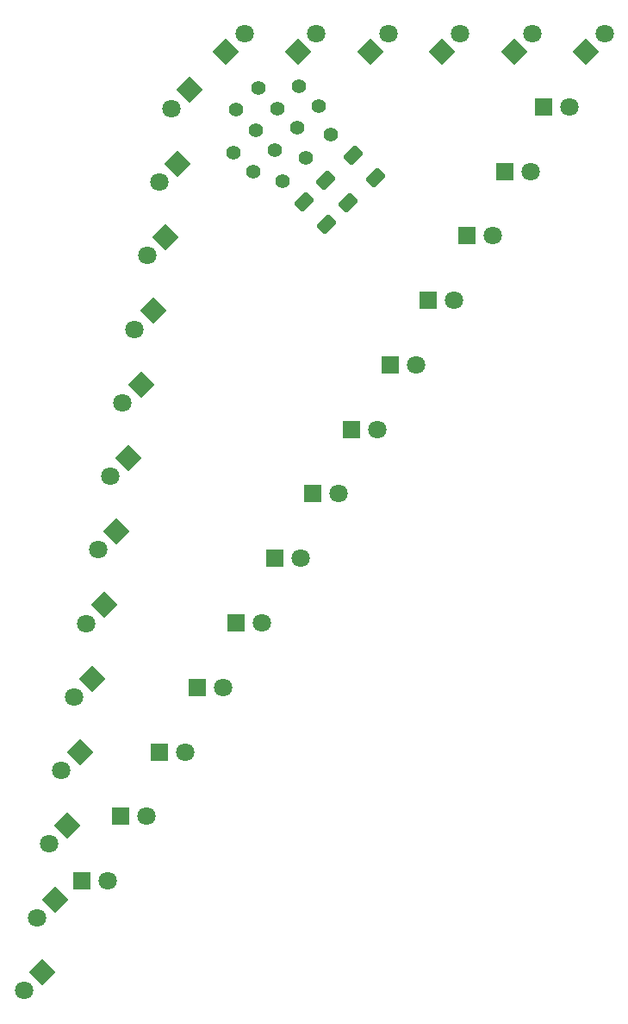
<source format=gbr>
%TF.GenerationSoftware,KiCad,Pcbnew,9.0.7*%
%TF.CreationDate,2026-02-21T03:41:41+02:00*%
%TF.ProjectId,kicad_selka_mk2,6b696361-645f-4736-956c-6b615f6d6b32,rev?*%
%TF.SameCoordinates,Original*%
%TF.FileFunction,Soldermask,Bot*%
%TF.FilePolarity,Negative*%
%FSLAX46Y46*%
G04 Gerber Fmt 4.6, Leading zero omitted, Abs format (unit mm)*
G04 Created by KiCad (PCBNEW 9.0.7) date 2026-02-21 03:41:41*
%MOMM*%
%LPD*%
G01*
G04 APERTURE LIST*
G04 Aperture macros list*
%AMRoundRect*
0 Rectangle with rounded corners*
0 $1 Rounding radius*
0 $2 $3 $4 $5 $6 $7 $8 $9 X,Y pos of 4 corners*
0 Add a 4 corners polygon primitive as box body*
4,1,4,$2,$3,$4,$5,$6,$7,$8,$9,$2,$3,0*
0 Add four circle primitives for the rounded corners*
1,1,$1+$1,$2,$3*
1,1,$1+$1,$4,$5*
1,1,$1+$1,$6,$7*
1,1,$1+$1,$8,$9*
0 Add four rect primitives between the rounded corners*
20,1,$1+$1,$2,$3,$4,$5,0*
20,1,$1+$1,$4,$5,$6,$7,0*
20,1,$1+$1,$6,$7,$8,$9,0*
20,1,$1+$1,$8,$9,$2,$3,0*%
%AMRotRect*
0 Rectangle, with rotation*
0 The origin of the aperture is its center*
0 $1 length*
0 $2 width*
0 $3 Rotation angle, in degrees counterclockwise*
0 Add horizontal line*
21,1,$1,$2,0,0,$3*%
G04 Aperture macros list end*
%ADD10R,1.800000X1.800000*%
%ADD11C,1.800000*%
%ADD12C,1.400000*%
%ADD13RotRect,1.800000X1.800000X45.000000*%
%ADD14RotRect,1.800000X1.800000X225.000000*%
%ADD15RoundRect,0.250000X-0.724784X-0.159099X-0.159099X-0.724784X0.724784X0.159099X0.159099X0.724784X0*%
G04 APERTURE END LIST*
D10*
%TO.C,D36*%
X152723200Y-168322000D03*
D11*
X155263200Y-168322000D03*
%TD*%
D12*
%TO.C,J20*%
X133858000Y-149606000D03*
%TD*%
D13*
%TO.C,D42*%
X154076000Y-143916400D03*
D11*
X155872051Y-142120349D03*
%TD*%
D14*
%TO.C,D25*%
X116073161Y-227108439D03*
D11*
X114277110Y-228904490D03*
%TD*%
D12*
%TO.C,J24*%
X137668000Y-153543000D03*
%TD*%
%TO.C,J12*%
X141960600Y-149275800D03*
%TD*%
D14*
%TO.C,D26*%
X114795161Y-234251639D03*
D11*
X112999110Y-236047690D03*
%TD*%
D12*
%TO.C,J2*%
X133604000Y-153797000D03*
%TD*%
D10*
%TO.C,D29*%
X126263200Y-212632000D03*
D11*
X128803200Y-212632000D03*
%TD*%
D12*
%TO.C,J6*%
X140716000Y-154305000D03*
%TD*%
D14*
%TO.C,D20*%
X122073161Y-191008439D03*
D11*
X120277110Y-192804490D03*
%TD*%
D12*
%TO.C,J26*%
X135509000Y-155702000D03*
%TD*%
D13*
%TO.C,D45*%
X132842000Y-143916400D03*
D11*
X134638051Y-142120349D03*
%TD*%
D12*
%TO.C,J14*%
X140030200Y-147345400D03*
%TD*%
D15*
%TO.C,R3*%
X140508984Y-158669984D03*
X142701016Y-160862016D03*
%TD*%
%TO.C,R4*%
X142667984Y-156510984D03*
X144860016Y-158703016D03*
%TD*%
D14*
%TO.C,D23*%
X118473161Y-212668439D03*
D11*
X116677110Y-214464490D03*
%TD*%
D10*
%TO.C,D37*%
X156503200Y-161992000D03*
D11*
X159043200Y-161992000D03*
%TD*%
D14*
%TO.C,D22*%
X119673161Y-205448439D03*
D11*
X117877110Y-207244490D03*
%TD*%
D10*
%TO.C,D34*%
X145163200Y-180982000D03*
D11*
X147703200Y-180982000D03*
%TD*%
D12*
%TO.C,J10*%
X136017000Y-147447000D03*
%TD*%
%TO.C,J18*%
X135763000Y-151638000D03*
%TD*%
D14*
%TO.C,D15*%
X128073161Y-154908439D03*
D11*
X126277110Y-156704490D03*
%TD*%
D12*
%TO.C,J16*%
X137922000Y-149479000D03*
%TD*%
D14*
%TO.C,D14*%
X129273161Y-147688439D03*
D11*
X127477110Y-149484490D03*
%TD*%
D13*
%TO.C,D41*%
X161154000Y-143916400D03*
D11*
X162950051Y-142120349D03*
%TD*%
D13*
%TO.C,D43*%
X146998000Y-143916400D03*
D11*
X148794051Y-142120349D03*
%TD*%
D10*
%TO.C,D33*%
X141383200Y-187312000D03*
D11*
X143923200Y-187312000D03*
%TD*%
D10*
%TO.C,D31*%
X133823200Y-199972000D03*
D11*
X136363200Y-199972000D03*
%TD*%
D10*
%TO.C,D30*%
X130043200Y-206302000D03*
D11*
X132583200Y-206302000D03*
%TD*%
D14*
%TO.C,D19*%
X123273161Y-183788439D03*
D11*
X121477110Y-185584490D03*
%TD*%
D14*
%TO.C,D16*%
X126873161Y-162128439D03*
D11*
X125077110Y-163924490D03*
%TD*%
D12*
%TO.C,J4*%
X138430000Y-156591000D03*
%TD*%
D10*
%TO.C,D27*%
X118703200Y-225292000D03*
D11*
X121243200Y-225292000D03*
%TD*%
D14*
%TO.C,D18*%
X124473161Y-176568439D03*
D11*
X122677110Y-178364490D03*
%TD*%
D13*
%TO.C,D44*%
X139920000Y-143916400D03*
D11*
X141716051Y-142120349D03*
%TD*%
D10*
%TO.C,D35*%
X148943200Y-174652000D03*
D11*
X151483200Y-174652000D03*
%TD*%
D15*
%TO.C,R5*%
X145334984Y-154097984D03*
X147527016Y-156290016D03*
%TD*%
D14*
%TO.C,D24*%
X117273161Y-219888439D03*
D11*
X115477110Y-221684490D03*
%TD*%
D10*
%TO.C,D38*%
X160283200Y-155662000D03*
D11*
X162823200Y-155662000D03*
%TD*%
D13*
%TO.C,D40*%
X168232000Y-143916400D03*
D11*
X170028051Y-142120349D03*
%TD*%
D14*
%TO.C,D17*%
X125673161Y-169348439D03*
D11*
X123877110Y-171144490D03*
%TD*%
D10*
%TO.C,D28*%
X122483200Y-218962000D03*
D11*
X125023200Y-218962000D03*
%TD*%
D14*
%TO.C,D21*%
X120873161Y-198228439D03*
D11*
X119077110Y-200024490D03*
%TD*%
D12*
%TO.C,J8*%
X143129000Y-152019000D03*
%TD*%
D10*
%TO.C,D32*%
X137603200Y-193642000D03*
D11*
X140143200Y-193642000D03*
%TD*%
D12*
%TO.C,J22*%
X139827000Y-151384000D03*
%TD*%
D10*
%TO.C,D39*%
X164063200Y-149332000D03*
D11*
X166603200Y-149332000D03*
%TD*%
M02*

</source>
